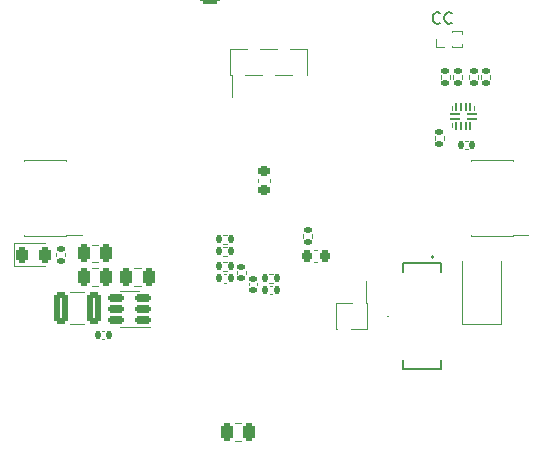
<source format=gto>
%TF.GenerationSoftware,KiCad,Pcbnew,(6.0.9)*%
%TF.CreationDate,2023-02-03T11:40:43+01:00*%
%TF.ProjectId,BatteryManagementBoard,42617474-6572-4794-9d61-6e6167656d65,rev?*%
%TF.SameCoordinates,Original*%
%TF.FileFunction,Legend,Top*%
%TF.FilePolarity,Positive*%
%FSLAX46Y46*%
G04 Gerber Fmt 4.6, Leading zero omitted, Abs format (unit mm)*
G04 Created by KiCad (PCBNEW (6.0.9)) date 2023-02-03 11:40:43*
%MOMM*%
%LPD*%
G01*
G04 APERTURE LIST*
G04 Aperture macros list*
%AMRoundRect*
0 Rectangle with rounded corners*
0 $1 Rounding radius*
0 $2 $3 $4 $5 $6 $7 $8 $9 X,Y pos of 4 corners*
0 Add a 4 corners polygon primitive as box body*
4,1,4,$2,$3,$4,$5,$6,$7,$8,$9,$2,$3,0*
0 Add four circle primitives for the rounded corners*
1,1,$1+$1,$2,$3*
1,1,$1+$1,$4,$5*
1,1,$1+$1,$6,$7*
1,1,$1+$1,$8,$9*
0 Add four rect primitives between the rounded corners*
20,1,$1+$1,$2,$3,$4,$5,0*
20,1,$1+$1,$4,$5,$6,$7,0*
20,1,$1+$1,$6,$7,$8,$9,0*
20,1,$1+$1,$8,$9,$2,$3,0*%
G04 Aperture macros list end*
%ADD10C,0.200000*%
%ADD11C,0.120000*%
%ADD12C,0.100000*%
%ADD13C,0.010000*%
%ADD14RoundRect,0.250000X0.375000X1.075000X-0.375000X1.075000X-0.375000X-1.075000X0.375000X-1.075000X0*%
%ADD15RoundRect,0.225000X-0.225000X-0.250000X0.225000X-0.250000X0.225000X0.250000X-0.225000X0.250000X0*%
%ADD16RoundRect,0.135000X0.135000X0.185000X-0.135000X0.185000X-0.135000X-0.185000X0.135000X-0.185000X0*%
%ADD17RoundRect,0.140000X-0.140000X-0.170000X0.140000X-0.170000X0.140000X0.170000X-0.140000X0.170000X0*%
%ADD18RoundRect,0.050000X0.375000X0.050000X-0.375000X0.050000X-0.375000X-0.050000X0.375000X-0.050000X0*%
%ADD19RoundRect,0.050000X0.050000X0.275000X-0.050000X0.275000X-0.050000X-0.275000X0.050000X-0.275000X0*%
%ADD20RoundRect,0.140000X0.140000X0.170000X-0.140000X0.170000X-0.140000X-0.170000X0.140000X-0.170000X0*%
%ADD21C,0.520000*%
%ADD22R,0.870000X0.300000*%
%ADD23O,1.100000X2.200000*%
%ADD24R,0.850000X0.850000*%
%ADD25O,0.850000X0.850000*%
%ADD26RoundRect,0.140000X-0.170000X0.140000X-0.170000X-0.140000X0.170000X-0.140000X0.170000X0.140000X0*%
%ADD27RoundRect,0.225000X0.250000X-0.225000X0.250000X0.225000X-0.250000X0.225000X-0.250000X-0.225000X0*%
%ADD28RoundRect,0.150000X0.512500X0.150000X-0.512500X0.150000X-0.512500X-0.150000X0.512500X-0.150000X0*%
%ADD29R,1.800000X2.500000*%
%ADD30R,2.400000X0.740000*%
%ADD31RoundRect,0.250000X0.250000X0.475000X-0.250000X0.475000X-0.250000X-0.475000X0.250000X-0.475000X0*%
%ADD32RoundRect,0.135000X-0.185000X0.135000X-0.185000X-0.135000X0.185000X-0.135000X0.185000X0.135000X0*%
%ADD33R,0.650000X3.000000*%
%ADD34RoundRect,0.135000X0.185000X-0.135000X0.185000X0.135000X-0.185000X0.135000X-0.185000X-0.135000X0*%
%ADD35RoundRect,0.135000X-0.135000X-0.185000X0.135000X-0.185000X0.135000X0.185000X-0.135000X0.185000X0*%
%ADD36RoundRect,0.243750X-0.243750X-0.456250X0.243750X-0.456250X0.243750X0.456250X-0.243750X0.456250X0*%
%ADD37RoundRect,0.250000X-0.250000X-0.475000X0.250000X-0.475000X0.250000X0.475000X-0.250000X0.475000X0*%
%ADD38R,1.350000X1.350000*%
%ADD39O,1.350000X1.350000*%
%ADD40RoundRect,0.250000X-0.600000X-0.725000X0.600000X-0.725000X0.600000X0.725000X-0.600000X0.725000X0*%
%ADD41O,1.700000X1.950000*%
%ADD42C,6.500000*%
%ADD43R,6.300000X6.000000*%
%ADD44C,4.000000*%
G04 APERTURE END LIST*
D10*
X164509523Y-85157142D02*
X164461904Y-85204761D01*
X164319047Y-85252380D01*
X164223809Y-85252380D01*
X164080952Y-85204761D01*
X163985714Y-85109523D01*
X163938095Y-85014285D01*
X163890476Y-84823809D01*
X163890476Y-84680952D01*
X163938095Y-84490476D01*
X163985714Y-84395238D01*
X164080952Y-84300000D01*
X164223809Y-84252380D01*
X164319047Y-84252380D01*
X164461904Y-84300000D01*
X164509523Y-84347619D01*
X165509523Y-85157142D02*
X165461904Y-85204761D01*
X165319047Y-85252380D01*
X165223809Y-85252380D01*
X165080952Y-85204761D01*
X164985714Y-85109523D01*
X164938095Y-85014285D01*
X164890476Y-84823809D01*
X164890476Y-84680952D01*
X164938095Y-84490476D01*
X164985714Y-84395238D01*
X165080952Y-84300000D01*
X165223809Y-84252380D01*
X165319047Y-84252380D01*
X165461904Y-84300000D01*
X165509523Y-84347619D01*
D11*
X134402064Y-110660000D02*
X133197936Y-110660000D01*
X134402064Y-107940000D02*
X133197936Y-107940000D01*
X153859420Y-104390000D02*
X154140580Y-104390000D01*
X153859420Y-105410000D02*
X154140580Y-105410000D01*
X146453641Y-103120000D02*
X146146359Y-103120000D01*
X146453641Y-103880000D02*
X146146359Y-103880000D01*
X146192164Y-106440000D02*
X146407836Y-106440000D01*
X146192164Y-107160000D02*
X146407836Y-107160000D01*
X165570000Y-93990000D02*
X165570000Y-93640000D01*
X167390000Y-92170000D02*
X167390000Y-92520000D01*
X165570000Y-92170000D02*
X165570000Y-92520000D01*
X135892164Y-111240000D02*
X136107836Y-111240000D01*
X135892164Y-111960000D02*
X136107836Y-111960000D01*
X166857836Y-95860000D02*
X166642164Y-95860000D01*
X166857836Y-95140000D02*
X166642164Y-95140000D01*
D10*
X164580000Y-113750000D02*
X164580000Y-114470000D01*
X161420000Y-114470000D02*
X161420000Y-113750000D01*
X164580000Y-105530000D02*
X161420000Y-105530000D01*
X164580000Y-114470000D02*
X161420000Y-114470000D01*
X164580000Y-106250000D02*
X164580000Y-105530000D01*
X161420000Y-105530000D02*
X161420000Y-106250000D01*
X164000000Y-105000000D02*
G75*
G03*
X164000000Y-105000000I-100000J0D01*
G01*
D11*
X165535000Y-87245000D02*
X165535000Y-87158276D01*
X166410000Y-86155507D02*
X166410000Y-85855000D01*
X165535000Y-87245000D02*
X166410000Y-87245000D01*
X166410000Y-87245000D02*
X166410000Y-86944493D01*
X164850000Y-87245000D02*
X164165000Y-87245000D01*
X165535000Y-85941724D02*
X165535000Y-85855000D01*
X164165000Y-87245000D02*
X164165000Y-86550000D01*
X165535000Y-85855000D02*
X166410000Y-85855000D01*
X148340000Y-107192164D02*
X148340000Y-107407836D01*
X149060000Y-107192164D02*
X149060000Y-107407836D01*
X149090000Y-98665580D02*
X149090000Y-98384420D01*
X150110000Y-98665580D02*
X150110000Y-98384420D01*
X138200000Y-107840000D02*
X139000000Y-107840000D01*
X138200000Y-110960000D02*
X140000000Y-110960000D01*
X138200000Y-107840000D02*
X137400000Y-107840000D01*
X138200000Y-110960000D02*
X137400000Y-110960000D01*
X150353641Y-107180000D02*
X150046359Y-107180000D01*
X150353641Y-106420000D02*
X150046359Y-106420000D01*
X166350000Y-110700000D02*
X169650000Y-110700000D01*
X166350000Y-110700000D02*
X166350000Y-105300000D01*
X169650000Y-110700000D02*
X169650000Y-105300000D01*
X129335000Y-96830000D02*
X129335000Y-96765000D01*
X132865000Y-103235000D02*
X132865000Y-103170000D01*
X132865000Y-96830000D02*
X132865000Y-96765000D01*
X129335000Y-103235000D02*
X129335000Y-103170000D01*
X132865000Y-96765000D02*
X129335000Y-96765000D01*
X132865000Y-103235000D02*
X129335000Y-103235000D01*
X134190000Y-103170000D02*
X132865000Y-103170000D01*
X139161252Y-105965000D02*
X138638748Y-105965000D01*
X139161252Y-107435000D02*
X138638748Y-107435000D01*
X152920000Y-103046359D02*
X152920000Y-103353641D01*
X153680000Y-103046359D02*
X153680000Y-103353641D01*
X164820000Y-94776359D02*
X164820000Y-95083641D01*
X164060000Y-94776359D02*
X164060000Y-95083641D01*
X158330000Y-108890000D02*
X158220000Y-108890000D01*
X157050000Y-108890000D02*
X155680000Y-108890000D01*
X158320000Y-111110000D02*
X156950000Y-111110000D01*
X158220000Y-108890000D02*
X158220000Y-107060000D01*
X155670000Y-108890000D02*
X155670000Y-111110000D01*
X155780000Y-111110000D02*
X155670000Y-111110000D01*
X158330000Y-108890000D02*
X158330000Y-111110000D01*
X132780000Y-104953641D02*
X132780000Y-104646359D01*
X132020000Y-104953641D02*
X132020000Y-104646359D01*
D12*
X160150000Y-110000000D02*
G75*
G03*
X160150000Y-110000000I-50000J0D01*
G01*
D11*
X164590000Y-89606359D02*
X164590000Y-89913641D01*
X165350000Y-89606359D02*
X165350000Y-89913641D01*
X146146359Y-104120000D02*
X146453641Y-104120000D01*
X146146359Y-104880000D02*
X146453641Y-104880000D01*
X131100000Y-103840000D02*
X128415000Y-103840000D01*
X128415000Y-103840000D02*
X128415000Y-105760000D01*
X128415000Y-105760000D02*
X131100000Y-105760000D01*
X168750000Y-89903641D02*
X168750000Y-89596359D01*
X167990000Y-89903641D02*
X167990000Y-89596359D01*
X167750000Y-89586359D02*
X167750000Y-89893641D01*
X166990000Y-89586359D02*
X166990000Y-89893641D01*
X165620000Y-89913641D02*
X165620000Y-89606359D01*
X166380000Y-89913641D02*
X166380000Y-89606359D01*
X146146359Y-105420000D02*
X146453641Y-105420000D01*
X146146359Y-106180000D02*
X146453641Y-106180000D01*
X167135000Y-103235000D02*
X167135000Y-103170000D01*
X170665000Y-96830000D02*
X170665000Y-96765000D01*
X170665000Y-103235000D02*
X167135000Y-103235000D01*
X167135000Y-96830000D02*
X167135000Y-96765000D01*
X171990000Y-103170000D02*
X170665000Y-103170000D01*
X170665000Y-103235000D02*
X170665000Y-103170000D01*
X170665000Y-96765000D02*
X167135000Y-96765000D01*
X147138748Y-119065000D02*
X147661252Y-119065000D01*
X147138748Y-120535000D02*
X147661252Y-120535000D01*
X148060000Y-106192164D02*
X148060000Y-106407836D01*
X147340000Y-106192164D02*
X147340000Y-106407836D01*
X146775000Y-87390000D02*
X148145000Y-87390000D01*
X146765000Y-89610000D02*
X146875000Y-89610000D01*
X150585000Y-89610000D02*
X151955000Y-89610000D01*
X149315000Y-87390000D02*
X150685000Y-87390000D01*
X148045000Y-89610000D02*
X149415000Y-89610000D01*
X153235000Y-89610000D02*
X153235000Y-87390000D01*
X153125000Y-87390000D02*
X153235000Y-87390000D01*
X146875000Y-89610000D02*
X146875000Y-91440000D01*
X146765000Y-89610000D02*
X146765000Y-87390000D01*
X151855000Y-87390000D02*
X153225000Y-87390000D01*
X150307836Y-108160000D02*
X150092164Y-108160000D01*
X150307836Y-107440000D02*
X150092164Y-107440000D01*
X135038748Y-107435000D02*
X135561252Y-107435000D01*
X135038748Y-105965000D02*
X135561252Y-105965000D01*
X135038748Y-103965000D02*
X135561252Y-103965000D01*
X135038748Y-105435000D02*
X135561252Y-105435000D01*
%LPC*%
G36*
X159358000Y-110191000D02*
G01*
X159360000Y-110191000D01*
X159363000Y-110192000D01*
X159365000Y-110192000D01*
X159368000Y-110193000D01*
X159370000Y-110194000D01*
X159373000Y-110195000D01*
X159375000Y-110197000D01*
X159377000Y-110198000D01*
X159379000Y-110200000D01*
X159381000Y-110201000D01*
X159389000Y-110209000D01*
X159390000Y-110211000D01*
X159392000Y-110213000D01*
X159393000Y-110215000D01*
X159395000Y-110217000D01*
X159396000Y-110220000D01*
X159397000Y-110222000D01*
X159398000Y-110225000D01*
X159398000Y-110227000D01*
X159399000Y-110230000D01*
X159399000Y-110232000D01*
X159400000Y-110235000D01*
X159400000Y-110445000D01*
X159399000Y-110448000D01*
X159399000Y-110450000D01*
X159398000Y-110453000D01*
X159398000Y-110455000D01*
X159397000Y-110458000D01*
X159396000Y-110460000D01*
X159395000Y-110463000D01*
X159393000Y-110465000D01*
X159392000Y-110467000D01*
X159390000Y-110469000D01*
X159389000Y-110471000D01*
X159381000Y-110479000D01*
X159379000Y-110480000D01*
X159377000Y-110482000D01*
X159375000Y-110483000D01*
X159373000Y-110485000D01*
X159370000Y-110486000D01*
X159368000Y-110487000D01*
X159365000Y-110488000D01*
X159363000Y-110488000D01*
X159360000Y-110489000D01*
X159358000Y-110489000D01*
X159355000Y-110490000D01*
X159145000Y-110490000D01*
X159142000Y-110489000D01*
X159140000Y-110489000D01*
X159137000Y-110488000D01*
X159135000Y-110488000D01*
X159132000Y-110487000D01*
X159130000Y-110486000D01*
X159127000Y-110485000D01*
X159125000Y-110483000D01*
X159123000Y-110482000D01*
X159121000Y-110480000D01*
X159119000Y-110479000D01*
X159111000Y-110471000D01*
X159110000Y-110469000D01*
X159108000Y-110467000D01*
X159107000Y-110465000D01*
X159105000Y-110463000D01*
X159104000Y-110460000D01*
X159103000Y-110458000D01*
X159102000Y-110455000D01*
X159102000Y-110453000D01*
X159101000Y-110450000D01*
X159101000Y-110448000D01*
X159100000Y-110445000D01*
X159100000Y-110235000D01*
X159101000Y-110232000D01*
X159101000Y-110230000D01*
X159102000Y-110227000D01*
X159102000Y-110225000D01*
X159103000Y-110222000D01*
X159104000Y-110220000D01*
X159105000Y-110217000D01*
X159107000Y-110215000D01*
X159108000Y-110213000D01*
X159110000Y-110211000D01*
X159111000Y-110209000D01*
X159119000Y-110201000D01*
X159121000Y-110200000D01*
X159123000Y-110198000D01*
X159125000Y-110197000D01*
X159127000Y-110195000D01*
X159130000Y-110194000D01*
X159132000Y-110193000D01*
X159135000Y-110192000D01*
X159137000Y-110192000D01*
X159140000Y-110191000D01*
X159142000Y-110191000D01*
X159145000Y-110190000D01*
X159355000Y-110190000D01*
X159358000Y-110191000D01*
G37*
D13*
X159358000Y-110191000D02*
X159360000Y-110191000D01*
X159363000Y-110192000D01*
X159365000Y-110192000D01*
X159368000Y-110193000D01*
X159370000Y-110194000D01*
X159373000Y-110195000D01*
X159375000Y-110197000D01*
X159377000Y-110198000D01*
X159379000Y-110200000D01*
X159381000Y-110201000D01*
X159389000Y-110209000D01*
X159390000Y-110211000D01*
X159392000Y-110213000D01*
X159393000Y-110215000D01*
X159395000Y-110217000D01*
X159396000Y-110220000D01*
X159397000Y-110222000D01*
X159398000Y-110225000D01*
X159398000Y-110227000D01*
X159399000Y-110230000D01*
X159399000Y-110232000D01*
X159400000Y-110235000D01*
X159400000Y-110445000D01*
X159399000Y-110448000D01*
X159399000Y-110450000D01*
X159398000Y-110453000D01*
X159398000Y-110455000D01*
X159397000Y-110458000D01*
X159396000Y-110460000D01*
X159395000Y-110463000D01*
X159393000Y-110465000D01*
X159392000Y-110467000D01*
X159390000Y-110469000D01*
X159389000Y-110471000D01*
X159381000Y-110479000D01*
X159379000Y-110480000D01*
X159377000Y-110482000D01*
X159375000Y-110483000D01*
X159373000Y-110485000D01*
X159370000Y-110486000D01*
X159368000Y-110487000D01*
X159365000Y-110488000D01*
X159363000Y-110488000D01*
X159360000Y-110489000D01*
X159358000Y-110489000D01*
X159355000Y-110490000D01*
X159145000Y-110490000D01*
X159142000Y-110489000D01*
X159140000Y-110489000D01*
X159137000Y-110488000D01*
X159135000Y-110488000D01*
X159132000Y-110487000D01*
X159130000Y-110486000D01*
X159127000Y-110485000D01*
X159125000Y-110483000D01*
X159123000Y-110482000D01*
X159121000Y-110480000D01*
X159119000Y-110479000D01*
X159111000Y-110471000D01*
X159110000Y-110469000D01*
X159108000Y-110467000D01*
X159107000Y-110465000D01*
X159105000Y-110463000D01*
X159104000Y-110460000D01*
X159103000Y-110458000D01*
X159102000Y-110455000D01*
X159102000Y-110453000D01*
X159101000Y-110450000D01*
X159101000Y-110448000D01*
X159100000Y-110445000D01*
X159100000Y-110235000D01*
X159101000Y-110232000D01*
X159101000Y-110230000D01*
X159102000Y-110227000D01*
X159102000Y-110225000D01*
X159103000Y-110222000D01*
X159104000Y-110220000D01*
X159105000Y-110217000D01*
X159107000Y-110215000D01*
X159108000Y-110213000D01*
X159110000Y-110211000D01*
X159111000Y-110209000D01*
X159119000Y-110201000D01*
X159121000Y-110200000D01*
X159123000Y-110198000D01*
X159125000Y-110197000D01*
X159127000Y-110195000D01*
X159130000Y-110194000D01*
X159132000Y-110193000D01*
X159135000Y-110192000D01*
X159137000Y-110192000D01*
X159140000Y-110191000D01*
X159142000Y-110191000D01*
X159145000Y-110190000D01*
X159355000Y-110190000D01*
X159358000Y-110191000D01*
G36*
X159658000Y-109851000D02*
G01*
X159660000Y-109851000D01*
X159663000Y-109852000D01*
X159665000Y-109852000D01*
X159668000Y-109853000D01*
X159670000Y-109854000D01*
X159673000Y-109855000D01*
X159675000Y-109857000D01*
X159677000Y-109858000D01*
X159679000Y-109860000D01*
X159681000Y-109861000D01*
X159689000Y-109869000D01*
X159690000Y-109871000D01*
X159692000Y-109873000D01*
X159693000Y-109875000D01*
X159695000Y-109877000D01*
X159696000Y-109880000D01*
X159697000Y-109882000D01*
X159698000Y-109885000D01*
X159698000Y-109887000D01*
X159699000Y-109890000D01*
X159699000Y-109892000D01*
X159700000Y-109895000D01*
X159700000Y-110105000D01*
X159699000Y-110108000D01*
X159699000Y-110110000D01*
X159698000Y-110113000D01*
X159698000Y-110115000D01*
X159697000Y-110118000D01*
X159696000Y-110120000D01*
X159695000Y-110123000D01*
X159693000Y-110125000D01*
X159692000Y-110127000D01*
X159690000Y-110129000D01*
X159689000Y-110131000D01*
X159681000Y-110139000D01*
X159679000Y-110140000D01*
X159677000Y-110142000D01*
X159675000Y-110143000D01*
X159673000Y-110145000D01*
X159670000Y-110146000D01*
X159668000Y-110147000D01*
X159665000Y-110148000D01*
X159663000Y-110148000D01*
X159660000Y-110149000D01*
X159658000Y-110149000D01*
X159655000Y-110150000D01*
X159445000Y-110150000D01*
X159442000Y-110149000D01*
X159440000Y-110149000D01*
X159437000Y-110148000D01*
X159435000Y-110148000D01*
X159432000Y-110147000D01*
X159430000Y-110146000D01*
X159427000Y-110145000D01*
X159425000Y-110143000D01*
X159423000Y-110142000D01*
X159421000Y-110140000D01*
X159419000Y-110139000D01*
X159411000Y-110131000D01*
X159410000Y-110129000D01*
X159408000Y-110127000D01*
X159407000Y-110125000D01*
X159405000Y-110123000D01*
X159404000Y-110120000D01*
X159403000Y-110118000D01*
X159402000Y-110115000D01*
X159402000Y-110113000D01*
X159401000Y-110110000D01*
X159401000Y-110108000D01*
X159400000Y-110105000D01*
X159400000Y-109895000D01*
X159401000Y-109892000D01*
X159401000Y-109890000D01*
X159402000Y-109887000D01*
X159402000Y-109885000D01*
X159403000Y-109882000D01*
X159404000Y-109880000D01*
X159405000Y-109877000D01*
X159407000Y-109875000D01*
X159408000Y-109873000D01*
X159410000Y-109871000D01*
X159411000Y-109869000D01*
X159419000Y-109861000D01*
X159421000Y-109860000D01*
X159423000Y-109858000D01*
X159425000Y-109857000D01*
X159427000Y-109855000D01*
X159430000Y-109854000D01*
X159432000Y-109853000D01*
X159435000Y-109852000D01*
X159437000Y-109852000D01*
X159440000Y-109851000D01*
X159442000Y-109851000D01*
X159445000Y-109850000D01*
X159655000Y-109850000D01*
X159658000Y-109851000D01*
G37*
X159658000Y-109851000D02*
X159660000Y-109851000D01*
X159663000Y-109852000D01*
X159665000Y-109852000D01*
X159668000Y-109853000D01*
X159670000Y-109854000D01*
X159673000Y-109855000D01*
X159675000Y-109857000D01*
X159677000Y-109858000D01*
X159679000Y-109860000D01*
X159681000Y-109861000D01*
X159689000Y-109869000D01*
X159690000Y-109871000D01*
X159692000Y-109873000D01*
X159693000Y-109875000D01*
X159695000Y-109877000D01*
X159696000Y-109880000D01*
X159697000Y-109882000D01*
X159698000Y-109885000D01*
X159698000Y-109887000D01*
X159699000Y-109890000D01*
X159699000Y-109892000D01*
X159700000Y-109895000D01*
X159700000Y-110105000D01*
X159699000Y-110108000D01*
X159699000Y-110110000D01*
X159698000Y-110113000D01*
X159698000Y-110115000D01*
X159697000Y-110118000D01*
X159696000Y-110120000D01*
X159695000Y-110123000D01*
X159693000Y-110125000D01*
X159692000Y-110127000D01*
X159690000Y-110129000D01*
X159689000Y-110131000D01*
X159681000Y-110139000D01*
X159679000Y-110140000D01*
X159677000Y-110142000D01*
X159675000Y-110143000D01*
X159673000Y-110145000D01*
X159670000Y-110146000D01*
X159668000Y-110147000D01*
X159665000Y-110148000D01*
X159663000Y-110148000D01*
X159660000Y-110149000D01*
X159658000Y-110149000D01*
X159655000Y-110150000D01*
X159445000Y-110150000D01*
X159442000Y-110149000D01*
X159440000Y-110149000D01*
X159437000Y-110148000D01*
X159435000Y-110148000D01*
X159432000Y-110147000D01*
X159430000Y-110146000D01*
X159427000Y-110145000D01*
X159425000Y-110143000D01*
X159423000Y-110142000D01*
X159421000Y-110140000D01*
X159419000Y-110139000D01*
X159411000Y-110131000D01*
X159410000Y-110129000D01*
X159408000Y-110127000D01*
X159407000Y-110125000D01*
X159405000Y-110123000D01*
X159404000Y-110120000D01*
X159403000Y-110118000D01*
X159402000Y-110115000D01*
X159402000Y-110113000D01*
X159401000Y-110110000D01*
X159401000Y-110108000D01*
X159400000Y-110105000D01*
X159400000Y-109895000D01*
X159401000Y-109892000D01*
X159401000Y-109890000D01*
X159402000Y-109887000D01*
X159402000Y-109885000D01*
X159403000Y-109882000D01*
X159404000Y-109880000D01*
X159405000Y-109877000D01*
X159407000Y-109875000D01*
X159408000Y-109873000D01*
X159410000Y-109871000D01*
X159411000Y-109869000D01*
X159419000Y-109861000D01*
X159421000Y-109860000D01*
X159423000Y-109858000D01*
X159425000Y-109857000D01*
X159427000Y-109855000D01*
X159430000Y-109854000D01*
X159432000Y-109853000D01*
X159435000Y-109852000D01*
X159437000Y-109852000D01*
X159440000Y-109851000D01*
X159442000Y-109851000D01*
X159445000Y-109850000D01*
X159655000Y-109850000D01*
X159658000Y-109851000D01*
G36*
X159358000Y-109511000D02*
G01*
X159360000Y-109511000D01*
X159363000Y-109512000D01*
X159365000Y-109512000D01*
X159368000Y-109513000D01*
X159370000Y-109514000D01*
X159373000Y-109515000D01*
X159375000Y-109517000D01*
X159377000Y-109518000D01*
X159379000Y-109520000D01*
X159381000Y-109521000D01*
X159389000Y-109529000D01*
X159390000Y-109531000D01*
X159392000Y-109533000D01*
X159393000Y-109535000D01*
X159395000Y-109537000D01*
X159396000Y-109540000D01*
X159397000Y-109542000D01*
X159398000Y-109545000D01*
X159398000Y-109547000D01*
X159399000Y-109550000D01*
X159399000Y-109552000D01*
X159400000Y-109555000D01*
X159400000Y-109765000D01*
X159399000Y-109768000D01*
X159399000Y-109770000D01*
X159398000Y-109773000D01*
X159398000Y-109775000D01*
X159397000Y-109778000D01*
X159396000Y-109780000D01*
X159395000Y-109783000D01*
X159393000Y-109785000D01*
X159392000Y-109787000D01*
X159390000Y-109789000D01*
X159389000Y-109791000D01*
X159381000Y-109799000D01*
X159379000Y-109800000D01*
X159377000Y-109802000D01*
X159375000Y-109803000D01*
X159373000Y-109805000D01*
X159370000Y-109806000D01*
X159368000Y-109807000D01*
X159365000Y-109808000D01*
X159363000Y-109808000D01*
X159360000Y-109809000D01*
X159358000Y-109809000D01*
X159355000Y-109810000D01*
X159145000Y-109810000D01*
X159142000Y-109809000D01*
X159140000Y-109809000D01*
X159137000Y-109808000D01*
X159135000Y-109808000D01*
X159132000Y-109807000D01*
X159130000Y-109806000D01*
X159127000Y-109805000D01*
X159125000Y-109803000D01*
X159123000Y-109802000D01*
X159121000Y-109800000D01*
X159119000Y-109799000D01*
X159111000Y-109791000D01*
X159110000Y-109789000D01*
X159108000Y-109787000D01*
X159107000Y-109785000D01*
X159105000Y-109783000D01*
X159104000Y-109780000D01*
X159103000Y-109778000D01*
X159102000Y-109775000D01*
X159102000Y-109773000D01*
X159101000Y-109770000D01*
X159101000Y-109768000D01*
X159100000Y-109765000D01*
X159100000Y-109555000D01*
X159101000Y-109552000D01*
X159101000Y-109550000D01*
X159102000Y-109547000D01*
X159102000Y-109545000D01*
X159103000Y-109542000D01*
X159104000Y-109540000D01*
X159105000Y-109537000D01*
X159107000Y-109535000D01*
X159108000Y-109533000D01*
X159110000Y-109531000D01*
X159111000Y-109529000D01*
X159119000Y-109521000D01*
X159121000Y-109520000D01*
X159123000Y-109518000D01*
X159125000Y-109517000D01*
X159127000Y-109515000D01*
X159130000Y-109514000D01*
X159132000Y-109513000D01*
X159135000Y-109512000D01*
X159137000Y-109512000D01*
X159140000Y-109511000D01*
X159142000Y-109511000D01*
X159145000Y-109510000D01*
X159355000Y-109510000D01*
X159358000Y-109511000D01*
G37*
X159358000Y-109511000D02*
X159360000Y-109511000D01*
X159363000Y-109512000D01*
X159365000Y-109512000D01*
X159368000Y-109513000D01*
X159370000Y-109514000D01*
X159373000Y-109515000D01*
X159375000Y-109517000D01*
X159377000Y-109518000D01*
X159379000Y-109520000D01*
X159381000Y-109521000D01*
X159389000Y-109529000D01*
X159390000Y-109531000D01*
X159392000Y-109533000D01*
X159393000Y-109535000D01*
X159395000Y-109537000D01*
X159396000Y-109540000D01*
X159397000Y-109542000D01*
X159398000Y-109545000D01*
X159398000Y-109547000D01*
X159399000Y-109550000D01*
X159399000Y-109552000D01*
X159400000Y-109555000D01*
X159400000Y-109765000D01*
X159399000Y-109768000D01*
X159399000Y-109770000D01*
X159398000Y-109773000D01*
X159398000Y-109775000D01*
X159397000Y-109778000D01*
X159396000Y-109780000D01*
X159395000Y-109783000D01*
X159393000Y-109785000D01*
X159392000Y-109787000D01*
X159390000Y-109789000D01*
X159389000Y-109791000D01*
X159381000Y-109799000D01*
X159379000Y-109800000D01*
X159377000Y-109802000D01*
X159375000Y-109803000D01*
X159373000Y-109805000D01*
X159370000Y-109806000D01*
X159368000Y-109807000D01*
X159365000Y-109808000D01*
X159363000Y-109808000D01*
X159360000Y-109809000D01*
X159358000Y-109809000D01*
X159355000Y-109810000D01*
X159145000Y-109810000D01*
X159142000Y-109809000D01*
X159140000Y-109809000D01*
X159137000Y-109808000D01*
X159135000Y-109808000D01*
X159132000Y-109807000D01*
X159130000Y-109806000D01*
X159127000Y-109805000D01*
X159125000Y-109803000D01*
X159123000Y-109802000D01*
X159121000Y-109800000D01*
X159119000Y-109799000D01*
X159111000Y-109791000D01*
X159110000Y-109789000D01*
X159108000Y-109787000D01*
X159107000Y-109785000D01*
X159105000Y-109783000D01*
X159104000Y-109780000D01*
X159103000Y-109778000D01*
X159102000Y-109775000D01*
X159102000Y-109773000D01*
X159101000Y-109770000D01*
X159101000Y-109768000D01*
X159100000Y-109765000D01*
X159100000Y-109555000D01*
X159101000Y-109552000D01*
X159101000Y-109550000D01*
X159102000Y-109547000D01*
X159102000Y-109545000D01*
X159103000Y-109542000D01*
X159104000Y-109540000D01*
X159105000Y-109537000D01*
X159107000Y-109535000D01*
X159108000Y-109533000D01*
X159110000Y-109531000D01*
X159111000Y-109529000D01*
X159119000Y-109521000D01*
X159121000Y-109520000D01*
X159123000Y-109518000D01*
X159125000Y-109517000D01*
X159127000Y-109515000D01*
X159130000Y-109514000D01*
X159132000Y-109513000D01*
X159135000Y-109512000D01*
X159137000Y-109512000D01*
X159140000Y-109511000D01*
X159142000Y-109511000D01*
X159145000Y-109510000D01*
X159355000Y-109510000D01*
X159358000Y-109511000D01*
D14*
X135200000Y-109300000D03*
X132400000Y-109300000D03*
D15*
X153225000Y-104900000D03*
X154775000Y-104900000D03*
D16*
X146810000Y-103500000D03*
X145790000Y-103500000D03*
D17*
X145820000Y-106800000D03*
X146780000Y-106800000D03*
D18*
X167205000Y-93280000D03*
X167205000Y-92880000D03*
D19*
X167080000Y-92255000D03*
X166680000Y-92255000D03*
X166280000Y-92255000D03*
X165880000Y-92255000D03*
D18*
X165755000Y-92880000D03*
X165755000Y-93280000D03*
D19*
X165880000Y-93905000D03*
X166280000Y-93905000D03*
X166680000Y-93905000D03*
X167080000Y-93905000D03*
D17*
X135520000Y-111600000D03*
X136480000Y-111600000D03*
D20*
X167230000Y-95500000D03*
X166270000Y-95500000D03*
D21*
X163000000Y-113750000D03*
X163000000Y-106250000D03*
D22*
X163865000Y-107250000D03*
X163865000Y-108750000D03*
X163865000Y-109250000D03*
X163865000Y-109750000D03*
X163865000Y-110250000D03*
X163865000Y-110750000D03*
X163865000Y-111250000D03*
X163865000Y-112750000D03*
X162135000Y-112750000D03*
X162135000Y-111250000D03*
X162135000Y-110750000D03*
X162135000Y-110250000D03*
X162135000Y-109750000D03*
X162135000Y-109250000D03*
X162135000Y-108750000D03*
X162135000Y-107250000D03*
D23*
X165150000Y-107600000D03*
X160850000Y-107600000D03*
X165150000Y-112400000D03*
X160850000Y-112400000D03*
D24*
X164850000Y-86550000D03*
D25*
X165850000Y-86550000D03*
D26*
X148700000Y-106820000D03*
X148700000Y-107780000D03*
D27*
X149600000Y-99300000D03*
X149600000Y-97750000D03*
D28*
X139337500Y-110350000D03*
X139337500Y-109400000D03*
X139337500Y-108450000D03*
X137062500Y-108450000D03*
X137062500Y-109400000D03*
X137062500Y-110350000D03*
D16*
X150710000Y-106800000D03*
X149690000Y-106800000D03*
D29*
X168000000Y-109300000D03*
X168000000Y-105300000D03*
D30*
X133050000Y-102540000D03*
X129150000Y-102540000D03*
X133050000Y-101270000D03*
X129150000Y-101270000D03*
X133050000Y-100000000D03*
X129150000Y-100000000D03*
X133050000Y-98730000D03*
X129150000Y-98730000D03*
X133050000Y-97460000D03*
X129150000Y-97460000D03*
D31*
X139850000Y-106700000D03*
X137950000Y-106700000D03*
D32*
X153300000Y-102690000D03*
X153300000Y-103710000D03*
X164440000Y-94420000D03*
X164440000Y-95440000D03*
D33*
X157635000Y-108500000D03*
X156365000Y-111500000D03*
D34*
X132400000Y-105310000D03*
X132400000Y-104290000D03*
D32*
X164970000Y-89250000D03*
X164970000Y-90270000D03*
D35*
X145790000Y-104500000D03*
X146810000Y-104500000D03*
D36*
X129162500Y-104800000D03*
X131037500Y-104800000D03*
D34*
X168370000Y-90260000D03*
X168370000Y-89240000D03*
D32*
X167370000Y-89230000D03*
X167370000Y-90250000D03*
D34*
X166000000Y-90270000D03*
X166000000Y-89250000D03*
D35*
X145790000Y-105800000D03*
X146810000Y-105800000D03*
D30*
X170850000Y-102540000D03*
X166950000Y-102540000D03*
X170850000Y-101270000D03*
X166950000Y-101270000D03*
X170850000Y-100000000D03*
X166950000Y-100000000D03*
X170850000Y-98730000D03*
X166950000Y-98730000D03*
X170850000Y-97460000D03*
X166950000Y-97460000D03*
D37*
X146450000Y-119800000D03*
X148350000Y-119800000D03*
D26*
X147700000Y-105820000D03*
X147700000Y-106780000D03*
D33*
X147460000Y-90000000D03*
X148730000Y-87000000D03*
X150000000Y-90000000D03*
X151270000Y-87000000D03*
X152540000Y-90000000D03*
D20*
X150680000Y-107800000D03*
X149720000Y-107800000D03*
D37*
X134350000Y-106700000D03*
X136250000Y-106700000D03*
X134350000Y-104700000D03*
X136250000Y-104700000D03*
D38*
X161700000Y-115600000D03*
D39*
X159700000Y-115600000D03*
D40*
X145000000Y-82525000D03*
D41*
X147500000Y-82525000D03*
X150000000Y-82525000D03*
X152500000Y-82525000D03*
X155000000Y-82525000D03*
D42*
X150600000Y-115500000D03*
D43*
X143400000Y-115500000D03*
D44*
X137817767Y-85732233D03*
X134282233Y-89267767D03*
M02*

</source>
